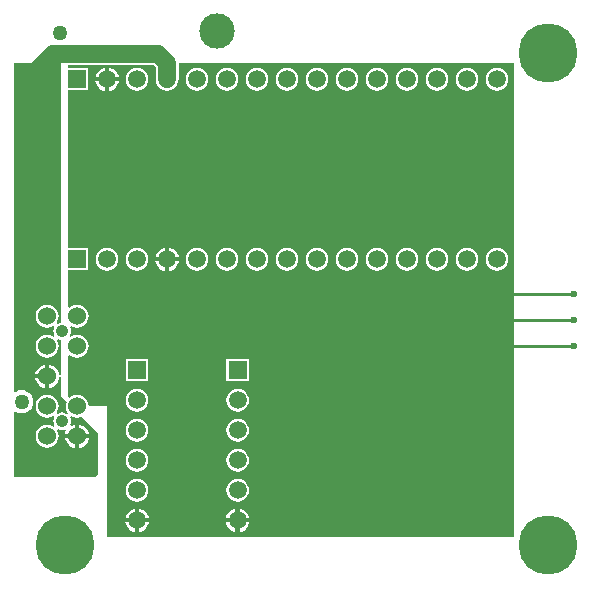
<source format=gbr>
%TF.GenerationSoftware,Altium Limited,Altium Designer,20.2.5 (213)*%
G04 Layer_Physical_Order=2*
G04 Layer_Color=16711680*
%FSLAX25Y25*%
%MOIN*%
%TF.SameCoordinates,03ADE540-DEBB-48E1-BD2F-024036EB756D*%
%TF.FilePolarity,Positive*%
%TF.FileFunction,Copper,L2,Bot,Signal*%
%TF.Part,Single*%
G01*
G75*
%TA.AperFunction,Conductor*%
%ADD12C,0.01000*%
%TA.AperFunction,ComponentPad*%
%ADD16R,0.05906X0.05906*%
%ADD17C,0.05906*%
%ADD18R,0.05906X0.05906*%
%ADD19C,0.06000*%
%TA.AperFunction,ViaPad*%
%ADD20C,0.02362*%
%ADD21C,0.05000*%
%ADD22C,0.04200*%
%ADD23C,0.19685*%
%ADD24C,0.11811*%
%TA.AperFunction,Conductor*%
%ADD25C,0.06000*%
G36*
X171000Y21000D02*
X35500D01*
Y64500D01*
X29333D01*
X29202Y65492D01*
X28819Y66416D01*
X28210Y67210D01*
X27416Y67819D01*
X26492Y68202D01*
X25500Y68333D01*
X24508Y68202D01*
X23584Y67819D01*
X23000Y67371D01*
X22500Y67618D01*
Y81382D01*
X23000Y81629D01*
X23584Y81181D01*
X24508Y80798D01*
X25500Y80667D01*
X26492Y80798D01*
X27416Y81181D01*
X28210Y81790D01*
X28819Y82584D01*
X29202Y83508D01*
X29333Y84500D01*
X29202Y85492D01*
X28819Y86416D01*
X28210Y87210D01*
X27416Y87819D01*
X26492Y88202D01*
X25500Y88333D01*
X24508Y88202D01*
X23584Y87819D01*
X23370Y87656D01*
X23014Y88012D01*
X23033Y88038D01*
X23325Y88743D01*
X23425Y89500D01*
X23325Y90257D01*
X23033Y90962D01*
X23014Y90988D01*
X23370Y91344D01*
X23584Y91181D01*
X24508Y90798D01*
X25500Y90667D01*
X26492Y90798D01*
X27416Y91181D01*
X28210Y91790D01*
X28819Y92584D01*
X29202Y93508D01*
X29333Y94500D01*
X29202Y95492D01*
X28819Y96416D01*
X28210Y97210D01*
X27416Y97819D01*
X26492Y98202D01*
X25500Y98333D01*
X24508Y98202D01*
X23584Y97819D01*
X23000Y97372D01*
X22500Y97618D01*
Y109747D01*
X29253D01*
Y117253D01*
X22500D01*
Y169747D01*
X29253D01*
Y177253D01*
X22500D01*
Y178167D01*
X50984D01*
X51667Y177483D01*
Y173500D01*
X51798Y172508D01*
X52181Y171584D01*
X52790Y170790D01*
X53584Y170181D01*
X54508Y169798D01*
X55500Y169667D01*
X56492Y169798D01*
X57416Y170181D01*
X58210Y170790D01*
X58819Y171584D01*
X59202Y172508D01*
X59333Y173500D01*
Y179000D01*
X171000Y179000D01*
X171000Y21000D01*
D02*
G37*
G36*
X20000Y92359D02*
X19743Y92325D01*
X19038Y92033D01*
X19012Y92014D01*
X18656Y92370D01*
X18819Y92584D01*
X19202Y93508D01*
X19333Y94500D01*
X19202Y95492D01*
X18819Y96416D01*
X18210Y97210D01*
X17416Y97819D01*
X16492Y98202D01*
X15500Y98333D01*
X14508Y98202D01*
X13584Y97819D01*
X12790Y97210D01*
X12181Y96416D01*
X11798Y95492D01*
X11667Y94500D01*
X11798Y93508D01*
X12181Y92584D01*
X12790Y91790D01*
X13584Y91181D01*
X14508Y90798D01*
X15500Y90667D01*
X16492Y90798D01*
X17416Y91181D01*
X17629Y91344D01*
X17986Y90988D01*
X17967Y90962D01*
X17675Y90257D01*
X17575Y89500D01*
X17675Y88743D01*
X17967Y88038D01*
X17986Y88012D01*
X17629Y87656D01*
X17416Y87819D01*
X16492Y88202D01*
X15500Y88333D01*
X14508Y88202D01*
X13584Y87819D01*
X12790Y87210D01*
X12181Y86416D01*
X11798Y85492D01*
X11667Y84500D01*
X11798Y83508D01*
X12181Y82584D01*
X12790Y81790D01*
X13584Y81181D01*
X14508Y80798D01*
X15500Y80667D01*
X16492Y80798D01*
X17416Y81181D01*
X18210Y81790D01*
X18819Y82584D01*
X19202Y83508D01*
X19333Y84500D01*
X19202Y85492D01*
X18819Y86416D01*
X18656Y86629D01*
X19012Y86986D01*
X19038Y86967D01*
X19743Y86675D01*
X20000Y86641D01*
Y74795D01*
X19500Y74762D01*
X19397Y75544D01*
X18994Y76517D01*
X18353Y77353D01*
X17517Y77994D01*
X16544Y78397D01*
X16250Y78436D01*
Y74500D01*
Y70564D01*
X16544Y70603D01*
X17517Y71006D01*
X18353Y71647D01*
X18994Y72483D01*
X19397Y73456D01*
X19500Y74238D01*
X20000Y74205D01*
Y68000D01*
X22006Y65994D01*
X21798Y65492D01*
X21667Y64500D01*
X21798Y63508D01*
X22181Y62584D01*
X22344Y62370D01*
X21988Y62014D01*
X21962Y62033D01*
X21257Y62325D01*
X20500Y62425D01*
X19743Y62325D01*
X19038Y62033D01*
X19012Y62014D01*
X18656Y62371D01*
X18819Y62584D01*
X19202Y63508D01*
X19333Y64500D01*
X19202Y65492D01*
X18819Y66416D01*
X18210Y67210D01*
X17416Y67819D01*
X16492Y68202D01*
X15500Y68333D01*
X14508Y68202D01*
X13584Y67819D01*
X12790Y67210D01*
X12181Y66416D01*
X11798Y65492D01*
X11667Y64500D01*
X11798Y63508D01*
X12181Y62584D01*
X12790Y61790D01*
X13584Y61181D01*
X14508Y60798D01*
X15500Y60667D01*
X16492Y60798D01*
X17416Y61181D01*
X17629Y61344D01*
X17986Y60988D01*
X17967Y60962D01*
X17675Y60257D01*
X17575Y59500D01*
X17675Y58743D01*
X17967Y58038D01*
X17986Y58012D01*
X17629Y57656D01*
X17416Y57819D01*
X16492Y58202D01*
X15500Y58333D01*
X14508Y58202D01*
X13584Y57819D01*
X12790Y57210D01*
X12181Y56416D01*
X11798Y55492D01*
X11667Y54500D01*
X11798Y53508D01*
X12181Y52584D01*
X12790Y51790D01*
X13584Y51181D01*
X14508Y50798D01*
X15500Y50667D01*
X16492Y50798D01*
X17416Y51181D01*
X18210Y51790D01*
X18819Y52584D01*
X19202Y53508D01*
X19333Y54500D01*
X19202Y55492D01*
X18819Y56416D01*
X18656Y56630D01*
X19012Y56986D01*
X19038Y56967D01*
X19743Y56675D01*
X20500Y56575D01*
X21257Y56675D01*
X21609Y56820D01*
X21814Y56664D01*
X21969Y56428D01*
X21603Y55544D01*
X21564Y55250D01*
X24750D01*
Y58436D01*
X24456Y58397D01*
X23572Y58031D01*
X23336Y58186D01*
X23180Y58391D01*
X23325Y58743D01*
X23425Y59500D01*
X23325Y60257D01*
X23033Y60962D01*
X23014Y60988D01*
X23370Y61344D01*
X23584Y61181D01*
X24508Y60798D01*
X25500Y60667D01*
X26492Y60798D01*
X26994Y61006D01*
X32500Y55500D01*
Y42000D01*
X31500Y41000D01*
X4500D01*
X4500Y62449D01*
X4948Y62670D01*
X5038Y62602D01*
X5984Y62210D01*
X7000Y62076D01*
X8016Y62210D01*
X8962Y62602D01*
X9775Y63225D01*
X10398Y64038D01*
X10790Y64984D01*
X10924Y66000D01*
X10790Y67016D01*
X10398Y67962D01*
X9775Y68775D01*
X8962Y69398D01*
X8016Y69790D01*
X7000Y69924D01*
X5984Y69790D01*
X5038Y69398D01*
X4948Y69330D01*
X4500Y69551D01*
X4500Y179000D01*
X20000Y179000D01*
X20000Y92359D01*
D02*
G37*
%LPC*%
G36*
X36250Y177388D02*
Y174250D01*
X39388D01*
X39351Y174532D01*
X38953Y175493D01*
X38319Y176319D01*
X37493Y176953D01*
X36532Y177351D01*
X36250Y177388D01*
D02*
G37*
G36*
X34750D02*
X34468Y177351D01*
X33507Y176953D01*
X32681Y176319D01*
X32047Y175493D01*
X31649Y174532D01*
X31612Y174250D01*
X34750D01*
Y177388D01*
D02*
G37*
G36*
X165500Y177285D02*
X164520Y177156D01*
X163607Y176778D01*
X162823Y176177D01*
X162222Y175393D01*
X161844Y174480D01*
X161715Y173500D01*
X161844Y172520D01*
X162222Y171607D01*
X162823Y170824D01*
X163607Y170222D01*
X164520Y169844D01*
X165500Y169715D01*
X166480Y169844D01*
X167393Y170222D01*
X168176Y170824D01*
X168778Y171607D01*
X169156Y172520D01*
X169285Y173500D01*
X169156Y174480D01*
X168778Y175393D01*
X168176Y176177D01*
X167393Y176778D01*
X166480Y177156D01*
X165500Y177285D01*
D02*
G37*
G36*
X155500D02*
X154520Y177156D01*
X153607Y176778D01*
X152823Y176177D01*
X152222Y175393D01*
X151844Y174480D01*
X151715Y173500D01*
X151844Y172520D01*
X152222Y171607D01*
X152823Y170824D01*
X153607Y170222D01*
X154520Y169844D01*
X155500Y169715D01*
X156480Y169844D01*
X157393Y170222D01*
X158177Y170824D01*
X158778Y171607D01*
X159156Y172520D01*
X159285Y173500D01*
X159156Y174480D01*
X158778Y175393D01*
X158177Y176177D01*
X157393Y176778D01*
X156480Y177156D01*
X155500Y177285D01*
D02*
G37*
G36*
X145500D02*
X144520Y177156D01*
X143607Y176778D01*
X142824Y176177D01*
X142222Y175393D01*
X141844Y174480D01*
X141715Y173500D01*
X141844Y172520D01*
X142222Y171607D01*
X142824Y170824D01*
X143607Y170222D01*
X144520Y169844D01*
X145500Y169715D01*
X146480Y169844D01*
X147393Y170222D01*
X148177Y170824D01*
X148778Y171607D01*
X149156Y172520D01*
X149285Y173500D01*
X149156Y174480D01*
X148778Y175393D01*
X148177Y176177D01*
X147393Y176778D01*
X146480Y177156D01*
X145500Y177285D01*
D02*
G37*
G36*
X135500D02*
X134520Y177156D01*
X133607Y176778D01*
X132824Y176177D01*
X132222Y175393D01*
X131844Y174480D01*
X131715Y173500D01*
X131844Y172520D01*
X132222Y171607D01*
X132824Y170824D01*
X133607Y170222D01*
X134520Y169844D01*
X135500Y169715D01*
X136480Y169844D01*
X137393Y170222D01*
X138177Y170824D01*
X138778Y171607D01*
X139156Y172520D01*
X139285Y173500D01*
X139156Y174480D01*
X138778Y175393D01*
X138177Y176177D01*
X137393Y176778D01*
X136480Y177156D01*
X135500Y177285D01*
D02*
G37*
G36*
X125500D02*
X124520Y177156D01*
X123607Y176778D01*
X122824Y176177D01*
X122222Y175393D01*
X121844Y174480D01*
X121715Y173500D01*
X121844Y172520D01*
X122222Y171607D01*
X122824Y170824D01*
X123607Y170222D01*
X124520Y169844D01*
X125500Y169715D01*
X126480Y169844D01*
X127393Y170222D01*
X128176Y170824D01*
X128778Y171607D01*
X129156Y172520D01*
X129285Y173500D01*
X129156Y174480D01*
X128778Y175393D01*
X128176Y176177D01*
X127393Y176778D01*
X126480Y177156D01*
X125500Y177285D01*
D02*
G37*
G36*
X115500D02*
X114520Y177156D01*
X113607Y176778D01*
X112823Y176177D01*
X112222Y175393D01*
X111844Y174480D01*
X111715Y173500D01*
X111844Y172520D01*
X112222Y171607D01*
X112823Y170824D01*
X113607Y170222D01*
X114520Y169844D01*
X115500Y169715D01*
X116480Y169844D01*
X117393Y170222D01*
X118176Y170824D01*
X118778Y171607D01*
X119156Y172520D01*
X119285Y173500D01*
X119156Y174480D01*
X118778Y175393D01*
X118176Y176177D01*
X117393Y176778D01*
X116480Y177156D01*
X115500Y177285D01*
D02*
G37*
G36*
X105500D02*
X104520Y177156D01*
X103607Y176778D01*
X102823Y176177D01*
X102222Y175393D01*
X101844Y174480D01*
X101715Y173500D01*
X101844Y172520D01*
X102222Y171607D01*
X102823Y170824D01*
X103607Y170222D01*
X104520Y169844D01*
X105500Y169715D01*
X106480Y169844D01*
X107393Y170222D01*
X108177Y170824D01*
X108778Y171607D01*
X109156Y172520D01*
X109285Y173500D01*
X109156Y174480D01*
X108778Y175393D01*
X108177Y176177D01*
X107393Y176778D01*
X106480Y177156D01*
X105500Y177285D01*
D02*
G37*
G36*
X95500D02*
X94520Y177156D01*
X93607Y176778D01*
X92823Y176177D01*
X92222Y175393D01*
X91844Y174480D01*
X91715Y173500D01*
X91844Y172520D01*
X92222Y171607D01*
X92823Y170824D01*
X93607Y170222D01*
X94520Y169844D01*
X95500Y169715D01*
X96480Y169844D01*
X97393Y170222D01*
X98176Y170824D01*
X98778Y171607D01*
X99156Y172520D01*
X99285Y173500D01*
X99156Y174480D01*
X98778Y175393D01*
X98176Y176177D01*
X97393Y176778D01*
X96480Y177156D01*
X95500Y177285D01*
D02*
G37*
G36*
X85500D02*
X84520Y177156D01*
X83607Y176778D01*
X82823Y176177D01*
X82222Y175393D01*
X81844Y174480D01*
X81715Y173500D01*
X81844Y172520D01*
X82222Y171607D01*
X82823Y170824D01*
X83607Y170222D01*
X84520Y169844D01*
X85500Y169715D01*
X86480Y169844D01*
X87393Y170222D01*
X88177Y170824D01*
X88778Y171607D01*
X89156Y172520D01*
X89285Y173500D01*
X89156Y174480D01*
X88778Y175393D01*
X88177Y176177D01*
X87393Y176778D01*
X86480Y177156D01*
X85500Y177285D01*
D02*
G37*
G36*
X75500D02*
X74520Y177156D01*
X73607Y176778D01*
X72824Y176177D01*
X72222Y175393D01*
X71844Y174480D01*
X71715Y173500D01*
X71844Y172520D01*
X72222Y171607D01*
X72824Y170824D01*
X73607Y170222D01*
X74520Y169844D01*
X75500Y169715D01*
X76480Y169844D01*
X77393Y170222D01*
X78176Y170824D01*
X78778Y171607D01*
X79156Y172520D01*
X79285Y173500D01*
X79156Y174480D01*
X78778Y175393D01*
X78176Y176177D01*
X77393Y176778D01*
X76480Y177156D01*
X75500Y177285D01*
D02*
G37*
G36*
X65500D02*
X64520Y177156D01*
X63607Y176778D01*
X62823Y176177D01*
X62222Y175393D01*
X61844Y174480D01*
X61715Y173500D01*
X61844Y172520D01*
X62222Y171607D01*
X62823Y170824D01*
X63607Y170222D01*
X64520Y169844D01*
X65500Y169715D01*
X66480Y169844D01*
X67393Y170222D01*
X68177Y170824D01*
X68778Y171607D01*
X69156Y172520D01*
X69285Y173500D01*
X69156Y174480D01*
X68778Y175393D01*
X68177Y176177D01*
X67393Y176778D01*
X66480Y177156D01*
X65500Y177285D01*
D02*
G37*
G36*
X45500D02*
X44520Y177156D01*
X43607Y176778D01*
X42823Y176177D01*
X42222Y175393D01*
X41844Y174480D01*
X41715Y173500D01*
X41844Y172520D01*
X42222Y171607D01*
X42823Y170824D01*
X43607Y170222D01*
X44520Y169844D01*
X45500Y169715D01*
X46480Y169844D01*
X47393Y170222D01*
X48177Y170824D01*
X48778Y171607D01*
X49156Y172520D01*
X49285Y173500D01*
X49156Y174480D01*
X48778Y175393D01*
X48177Y176177D01*
X47393Y176778D01*
X46480Y177156D01*
X45500Y177285D01*
D02*
G37*
G36*
X39388Y172750D02*
X36250D01*
Y169612D01*
X36532Y169649D01*
X37493Y170047D01*
X38319Y170681D01*
X38953Y171507D01*
X39351Y172468D01*
X39388Y172750D01*
D02*
G37*
G36*
X34750D02*
X31612D01*
X31649Y172468D01*
X32047Y171507D01*
X32681Y170681D01*
X33507Y170047D01*
X34468Y169649D01*
X34750Y169612D01*
Y172750D01*
D02*
G37*
G36*
X56250Y117388D02*
Y114250D01*
X59388D01*
X59351Y114532D01*
X58953Y115493D01*
X58319Y116319D01*
X57493Y116953D01*
X56532Y117351D01*
X56250Y117388D01*
D02*
G37*
G36*
X54750D02*
X54468Y117351D01*
X53507Y116953D01*
X52681Y116319D01*
X52047Y115493D01*
X51649Y114532D01*
X51612Y114250D01*
X54750D01*
Y117388D01*
D02*
G37*
G36*
X165500Y117285D02*
X164520Y117156D01*
X163607Y116778D01*
X162823Y116176D01*
X162222Y115393D01*
X161844Y114480D01*
X161715Y113500D01*
X161844Y112520D01*
X162222Y111607D01*
X162823Y110824D01*
X163607Y110222D01*
X164520Y109844D01*
X165500Y109715D01*
X166480Y109844D01*
X167393Y110222D01*
X168176Y110824D01*
X168778Y111607D01*
X169156Y112520D01*
X169285Y113500D01*
X169156Y114480D01*
X168778Y115393D01*
X168176Y116176D01*
X167393Y116778D01*
X166480Y117156D01*
X165500Y117285D01*
D02*
G37*
G36*
X155500D02*
X154520Y117156D01*
X153607Y116778D01*
X152823Y116176D01*
X152222Y115393D01*
X151844Y114480D01*
X151715Y113500D01*
X151844Y112520D01*
X152222Y111607D01*
X152823Y110824D01*
X153607Y110222D01*
X154520Y109844D01*
X155500Y109715D01*
X156480Y109844D01*
X157393Y110222D01*
X158177Y110824D01*
X158778Y111607D01*
X159156Y112520D01*
X159285Y113500D01*
X159156Y114480D01*
X158778Y115393D01*
X158177Y116176D01*
X157393Y116778D01*
X156480Y117156D01*
X155500Y117285D01*
D02*
G37*
G36*
X145500D02*
X144520Y117156D01*
X143607Y116778D01*
X142824Y116176D01*
X142222Y115393D01*
X141844Y114480D01*
X141715Y113500D01*
X141844Y112520D01*
X142222Y111607D01*
X142824Y110824D01*
X143607Y110222D01*
X144520Y109844D01*
X145500Y109715D01*
X146480Y109844D01*
X147393Y110222D01*
X148177Y110824D01*
X148778Y111607D01*
X149156Y112520D01*
X149285Y113500D01*
X149156Y114480D01*
X148778Y115393D01*
X148177Y116176D01*
X147393Y116778D01*
X146480Y117156D01*
X145500Y117285D01*
D02*
G37*
G36*
X135500D02*
X134520Y117156D01*
X133607Y116778D01*
X132824Y116176D01*
X132222Y115393D01*
X131844Y114480D01*
X131715Y113500D01*
X131844Y112520D01*
X132222Y111607D01*
X132824Y110824D01*
X133607Y110222D01*
X134520Y109844D01*
X135500Y109715D01*
X136480Y109844D01*
X137393Y110222D01*
X138177Y110824D01*
X138778Y111607D01*
X139156Y112520D01*
X139285Y113500D01*
X139156Y114480D01*
X138778Y115393D01*
X138177Y116176D01*
X137393Y116778D01*
X136480Y117156D01*
X135500Y117285D01*
D02*
G37*
G36*
X125500D02*
X124520Y117156D01*
X123607Y116778D01*
X122824Y116176D01*
X122222Y115393D01*
X121844Y114480D01*
X121715Y113500D01*
X121844Y112520D01*
X122222Y111607D01*
X122824Y110824D01*
X123607Y110222D01*
X124520Y109844D01*
X125500Y109715D01*
X126480Y109844D01*
X127393Y110222D01*
X128176Y110824D01*
X128778Y111607D01*
X129156Y112520D01*
X129285Y113500D01*
X129156Y114480D01*
X128778Y115393D01*
X128176Y116176D01*
X127393Y116778D01*
X126480Y117156D01*
X125500Y117285D01*
D02*
G37*
G36*
X115500D02*
X114520Y117156D01*
X113607Y116778D01*
X112823Y116176D01*
X112222Y115393D01*
X111844Y114480D01*
X111715Y113500D01*
X111844Y112520D01*
X112222Y111607D01*
X112823Y110824D01*
X113607Y110222D01*
X114520Y109844D01*
X115500Y109715D01*
X116480Y109844D01*
X117393Y110222D01*
X118176Y110824D01*
X118778Y111607D01*
X119156Y112520D01*
X119285Y113500D01*
X119156Y114480D01*
X118778Y115393D01*
X118176Y116176D01*
X117393Y116778D01*
X116480Y117156D01*
X115500Y117285D01*
D02*
G37*
G36*
X105500D02*
X104520Y117156D01*
X103607Y116778D01*
X102823Y116176D01*
X102222Y115393D01*
X101844Y114480D01*
X101715Y113500D01*
X101844Y112520D01*
X102222Y111607D01*
X102823Y110824D01*
X103607Y110222D01*
X104520Y109844D01*
X105500Y109715D01*
X106480Y109844D01*
X107393Y110222D01*
X108177Y110824D01*
X108778Y111607D01*
X109156Y112520D01*
X109285Y113500D01*
X109156Y114480D01*
X108778Y115393D01*
X108177Y116176D01*
X107393Y116778D01*
X106480Y117156D01*
X105500Y117285D01*
D02*
G37*
G36*
X95500D02*
X94520Y117156D01*
X93607Y116778D01*
X92823Y116176D01*
X92222Y115393D01*
X91844Y114480D01*
X91715Y113500D01*
X91844Y112520D01*
X92222Y111607D01*
X92823Y110824D01*
X93607Y110222D01*
X94520Y109844D01*
X95500Y109715D01*
X96480Y109844D01*
X97393Y110222D01*
X98176Y110824D01*
X98778Y111607D01*
X99156Y112520D01*
X99285Y113500D01*
X99156Y114480D01*
X98778Y115393D01*
X98176Y116176D01*
X97393Y116778D01*
X96480Y117156D01*
X95500Y117285D01*
D02*
G37*
G36*
X85500D02*
X84520Y117156D01*
X83607Y116778D01*
X82823Y116176D01*
X82222Y115393D01*
X81844Y114480D01*
X81715Y113500D01*
X81844Y112520D01*
X82222Y111607D01*
X82823Y110824D01*
X83607Y110222D01*
X84520Y109844D01*
X85500Y109715D01*
X86480Y109844D01*
X87393Y110222D01*
X88177Y110824D01*
X88778Y111607D01*
X89156Y112520D01*
X89285Y113500D01*
X89156Y114480D01*
X88778Y115393D01*
X88177Y116176D01*
X87393Y116778D01*
X86480Y117156D01*
X85500Y117285D01*
D02*
G37*
G36*
X75500D02*
X74520Y117156D01*
X73607Y116778D01*
X72824Y116176D01*
X72222Y115393D01*
X71844Y114480D01*
X71715Y113500D01*
X71844Y112520D01*
X72222Y111607D01*
X72824Y110824D01*
X73607Y110222D01*
X74520Y109844D01*
X75500Y109715D01*
X76480Y109844D01*
X77393Y110222D01*
X78176Y110824D01*
X78778Y111607D01*
X79156Y112520D01*
X79285Y113500D01*
X79156Y114480D01*
X78778Y115393D01*
X78176Y116176D01*
X77393Y116778D01*
X76480Y117156D01*
X75500Y117285D01*
D02*
G37*
G36*
X65500D02*
X64520Y117156D01*
X63607Y116778D01*
X62823Y116176D01*
X62222Y115393D01*
X61844Y114480D01*
X61715Y113500D01*
X61844Y112520D01*
X62222Y111607D01*
X62823Y110824D01*
X63607Y110222D01*
X64520Y109844D01*
X65500Y109715D01*
X66480Y109844D01*
X67393Y110222D01*
X68177Y110824D01*
X68778Y111607D01*
X69156Y112520D01*
X69285Y113500D01*
X69156Y114480D01*
X68778Y115393D01*
X68177Y116176D01*
X67393Y116778D01*
X66480Y117156D01*
X65500Y117285D01*
D02*
G37*
G36*
X45500D02*
X44520Y117156D01*
X43607Y116778D01*
X42823Y116176D01*
X42222Y115393D01*
X41844Y114480D01*
X41715Y113500D01*
X41844Y112520D01*
X42222Y111607D01*
X42823Y110824D01*
X43607Y110222D01*
X44520Y109844D01*
X45500Y109715D01*
X46480Y109844D01*
X47393Y110222D01*
X48177Y110824D01*
X48778Y111607D01*
X49156Y112520D01*
X49285Y113500D01*
X49156Y114480D01*
X48778Y115393D01*
X48177Y116176D01*
X47393Y116778D01*
X46480Y117156D01*
X45500Y117285D01*
D02*
G37*
G36*
X35500D02*
X34520Y117156D01*
X33607Y116778D01*
X32824Y116176D01*
X32222Y115393D01*
X31844Y114480D01*
X31715Y113500D01*
X31844Y112520D01*
X32222Y111607D01*
X32824Y110824D01*
X33607Y110222D01*
X34520Y109844D01*
X35500Y109715D01*
X36480Y109844D01*
X37393Y110222D01*
X38177Y110824D01*
X38778Y111607D01*
X39156Y112520D01*
X39285Y113500D01*
X39156Y114480D01*
X38778Y115393D01*
X38177Y116176D01*
X37393Y116778D01*
X36480Y117156D01*
X35500Y117285D01*
D02*
G37*
G36*
X59388Y112750D02*
X56250D01*
Y109612D01*
X56532Y109649D01*
X57493Y110047D01*
X58319Y110681D01*
X58953Y111507D01*
X59351Y112468D01*
X59388Y112750D01*
D02*
G37*
G36*
X54750D02*
X51612D01*
X51649Y112468D01*
X52047Y111507D01*
X52681Y110681D01*
X53507Y110047D01*
X54468Y109649D01*
X54750Y109612D01*
Y112750D01*
D02*
G37*
G36*
X82753Y80253D02*
X75247D01*
Y72747D01*
X82753D01*
Y80253D01*
D02*
G37*
G36*
X49253D02*
X41747D01*
Y72747D01*
X49253D01*
Y80253D01*
D02*
G37*
G36*
X79000Y70285D02*
X78020Y70156D01*
X77107Y69778D01*
X76323Y69177D01*
X75722Y68393D01*
X75344Y67480D01*
X75215Y66500D01*
X75344Y65520D01*
X75722Y64607D01*
X76323Y63823D01*
X77107Y63222D01*
X78020Y62844D01*
X79000Y62715D01*
X79980Y62844D01*
X80893Y63222D01*
X81677Y63823D01*
X82278Y64607D01*
X82656Y65520D01*
X82785Y66500D01*
X82656Y67480D01*
X82278Y68393D01*
X81677Y69177D01*
X80893Y69778D01*
X79980Y70156D01*
X79000Y70285D01*
D02*
G37*
G36*
X45500D02*
X44520Y70156D01*
X43607Y69778D01*
X42823Y69177D01*
X42222Y68393D01*
X41844Y67480D01*
X41715Y66500D01*
X41844Y65520D01*
X42222Y64607D01*
X42823Y63823D01*
X43607Y63222D01*
X44520Y62844D01*
X45500Y62715D01*
X46480Y62844D01*
X47393Y63222D01*
X48177Y63823D01*
X48778Y64607D01*
X49156Y65520D01*
X49285Y66500D01*
X49156Y67480D01*
X48778Y68393D01*
X48177Y69177D01*
X47393Y69778D01*
X46480Y70156D01*
X45500Y70285D01*
D02*
G37*
G36*
X79000Y60285D02*
X78020Y60156D01*
X77107Y59778D01*
X76323Y59176D01*
X75722Y58393D01*
X75344Y57480D01*
X75215Y56500D01*
X75344Y55520D01*
X75722Y54607D01*
X76323Y53824D01*
X77107Y53222D01*
X78020Y52844D01*
X79000Y52715D01*
X79980Y52844D01*
X80893Y53222D01*
X81677Y53824D01*
X82278Y54607D01*
X82656Y55520D01*
X82785Y56500D01*
X82656Y57480D01*
X82278Y58393D01*
X81677Y59176D01*
X80893Y59778D01*
X79980Y60156D01*
X79000Y60285D01*
D02*
G37*
G36*
X45500D02*
X44520Y60156D01*
X43607Y59778D01*
X42823Y59176D01*
X42222Y58393D01*
X41844Y57480D01*
X41715Y56500D01*
X41844Y55520D01*
X42222Y54607D01*
X42823Y53824D01*
X43607Y53222D01*
X44520Y52844D01*
X45500Y52715D01*
X46480Y52844D01*
X47393Y53222D01*
X48177Y53824D01*
X48778Y54607D01*
X49156Y55520D01*
X49285Y56500D01*
X49156Y57480D01*
X48778Y58393D01*
X48177Y59176D01*
X47393Y59778D01*
X46480Y60156D01*
X45500Y60285D01*
D02*
G37*
G36*
X79000Y50285D02*
X78020Y50156D01*
X77107Y49778D01*
X76323Y49176D01*
X75722Y48393D01*
X75344Y47480D01*
X75215Y46500D01*
X75344Y45520D01*
X75722Y44607D01*
X76323Y43824D01*
X77107Y43222D01*
X78020Y42844D01*
X79000Y42715D01*
X79980Y42844D01*
X80893Y43222D01*
X81677Y43824D01*
X82278Y44607D01*
X82656Y45520D01*
X82785Y46500D01*
X82656Y47480D01*
X82278Y48393D01*
X81677Y49176D01*
X80893Y49778D01*
X79980Y50156D01*
X79000Y50285D01*
D02*
G37*
G36*
X45500D02*
X44520Y50156D01*
X43607Y49778D01*
X42823Y49176D01*
X42222Y48393D01*
X41844Y47480D01*
X41715Y46500D01*
X41844Y45520D01*
X42222Y44607D01*
X42823Y43824D01*
X43607Y43222D01*
X44520Y42844D01*
X45500Y42715D01*
X46480Y42844D01*
X47393Y43222D01*
X48177Y43824D01*
X48778Y44607D01*
X49156Y45520D01*
X49285Y46500D01*
X49156Y47480D01*
X48778Y48393D01*
X48177Y49176D01*
X47393Y49778D01*
X46480Y50156D01*
X45500Y50285D01*
D02*
G37*
G36*
X79000Y40285D02*
X78020Y40156D01*
X77107Y39778D01*
X76323Y39176D01*
X75722Y38393D01*
X75344Y37480D01*
X75215Y36500D01*
X75344Y35520D01*
X75722Y34607D01*
X76323Y33823D01*
X77107Y33222D01*
X78020Y32844D01*
X79000Y32715D01*
X79980Y32844D01*
X80893Y33222D01*
X81677Y33823D01*
X82278Y34607D01*
X82656Y35520D01*
X82785Y36500D01*
X82656Y37480D01*
X82278Y38393D01*
X81677Y39176D01*
X80893Y39778D01*
X79980Y40156D01*
X79000Y40285D01*
D02*
G37*
G36*
X45500D02*
X44520Y40156D01*
X43607Y39778D01*
X42823Y39176D01*
X42222Y38393D01*
X41844Y37480D01*
X41715Y36500D01*
X41844Y35520D01*
X42222Y34607D01*
X42823Y33823D01*
X43607Y33222D01*
X44520Y32844D01*
X45500Y32715D01*
X46480Y32844D01*
X47393Y33222D01*
X48177Y33823D01*
X48778Y34607D01*
X49156Y35520D01*
X49285Y36500D01*
X49156Y37480D01*
X48778Y38393D01*
X48177Y39176D01*
X47393Y39778D01*
X46480Y40156D01*
X45500Y40285D01*
D02*
G37*
G36*
X79750Y30388D02*
Y27250D01*
X82888D01*
X82851Y27532D01*
X82453Y28493D01*
X81819Y29319D01*
X80993Y29953D01*
X80032Y30351D01*
X79750Y30388D01*
D02*
G37*
G36*
X46250D02*
Y27250D01*
X49388D01*
X49351Y27532D01*
X48953Y28493D01*
X48319Y29319D01*
X47493Y29953D01*
X46532Y30351D01*
X46250Y30388D01*
D02*
G37*
G36*
X78250D02*
X77968Y30351D01*
X77007Y29953D01*
X76181Y29319D01*
X75547Y28493D01*
X75149Y27532D01*
X75112Y27250D01*
X78250D01*
Y30388D01*
D02*
G37*
G36*
X44750D02*
X44468Y30351D01*
X43507Y29953D01*
X42681Y29319D01*
X42047Y28493D01*
X41649Y27532D01*
X41612Y27250D01*
X44750D01*
Y30388D01*
D02*
G37*
G36*
X82888Y25750D02*
X79750D01*
Y22612D01*
X80032Y22649D01*
X80993Y23047D01*
X81819Y23681D01*
X82453Y24507D01*
X82851Y25468D01*
X82888Y25750D01*
D02*
G37*
G36*
X49388D02*
X46250D01*
Y22612D01*
X46532Y22649D01*
X47493Y23047D01*
X48319Y23681D01*
X48953Y24507D01*
X49351Y25468D01*
X49388Y25750D01*
D02*
G37*
G36*
X78250D02*
X75112D01*
X75149Y25468D01*
X75547Y24507D01*
X76181Y23681D01*
X77007Y23047D01*
X77968Y22649D01*
X78250Y22612D01*
Y25750D01*
D02*
G37*
G36*
X44750D02*
X41612D01*
X41649Y25468D01*
X42047Y24507D01*
X42681Y23681D01*
X43507Y23047D01*
X44468Y22649D01*
X44750Y22612D01*
Y25750D01*
D02*
G37*
G36*
X14750Y78436D02*
X14456Y78397D01*
X13483Y77994D01*
X12647Y77353D01*
X12006Y76517D01*
X11603Y75544D01*
X11564Y75250D01*
X14750D01*
Y78436D01*
D02*
G37*
G36*
Y73750D02*
X11564D01*
X11603Y73456D01*
X12006Y72483D01*
X12647Y71647D01*
X13483Y71006D01*
X14456Y70603D01*
X14750Y70564D01*
Y73750D01*
D02*
G37*
G36*
X26250Y58436D02*
Y55250D01*
X29436D01*
X29397Y55544D01*
X28994Y56517D01*
X28353Y57353D01*
X27517Y57994D01*
X26544Y58397D01*
X26250Y58436D01*
D02*
G37*
G36*
X29436Y53750D02*
X26250D01*
Y50564D01*
X26544Y50603D01*
X27517Y51006D01*
X28353Y51647D01*
X28994Y52483D01*
X29397Y53456D01*
X29436Y53750D01*
D02*
G37*
G36*
X24750D02*
X21564D01*
X21603Y53456D01*
X22006Y52483D01*
X22647Y51647D01*
X23483Y51006D01*
X24456Y50603D01*
X24750Y50564D01*
Y53750D01*
D02*
G37*
%LPD*%
D12*
X169500Y102000D02*
X191000D01*
X169500Y84500D02*
X191000D01*
X169500Y93250D02*
X191000D01*
D16*
X25500Y113500D02*
D03*
Y173500D02*
D03*
D17*
X35500Y113500D02*
D03*
X45500D02*
D03*
X55500D02*
D03*
X65500D02*
D03*
X75500D02*
D03*
X85500D02*
D03*
X95500D02*
D03*
X105500D02*
D03*
X115500D02*
D03*
X125500D02*
D03*
X135500D02*
D03*
X145500D02*
D03*
X155500D02*
D03*
X165500D02*
D03*
Y173500D02*
D03*
X155500D02*
D03*
X145500D02*
D03*
X135500D02*
D03*
X125500D02*
D03*
X115500D02*
D03*
X105500D02*
D03*
X95500D02*
D03*
X85500D02*
D03*
X75500D02*
D03*
X65500D02*
D03*
X55500D02*
D03*
X45500D02*
D03*
X35500D02*
D03*
X45500Y66500D02*
D03*
Y56500D02*
D03*
Y46500D02*
D03*
Y36500D02*
D03*
Y26500D02*
D03*
X79000Y66500D02*
D03*
Y56500D02*
D03*
Y46500D02*
D03*
Y36500D02*
D03*
Y26500D02*
D03*
D18*
X45500Y76500D02*
D03*
X79000D02*
D03*
D19*
X25500Y54500D02*
D03*
X15500Y54500D02*
D03*
Y64500D02*
D03*
X25500D02*
D03*
Y74500D02*
D03*
X15500D02*
D03*
Y84500D02*
D03*
X25500D02*
D03*
Y94500D02*
D03*
X15500D02*
D03*
D20*
X191000Y102000D02*
D03*
Y84500D02*
D03*
Y93250D02*
D03*
D21*
X7000Y66000D02*
D03*
X19876Y188898D02*
D03*
D22*
X20500Y59500D02*
D03*
Y89500D02*
D03*
D23*
X21390Y18098D02*
D03*
X182390D02*
D03*
Y182098D02*
D03*
D24*
X72000Y189500D02*
D03*
D25*
X52571Y182000D02*
X55500Y179071D01*
X12500Y177000D02*
X17500Y182000D01*
X55500Y173500D02*
Y179071D01*
X17500Y182000D02*
X52571D01*
%TF.MD5,8c9d0b61f2a900886ea61d3295cd1662*%
M02*

</source>
